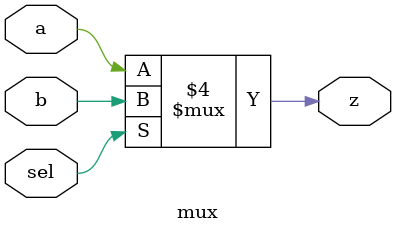
<source format=v>


`timescale 1ns/10ps

module mux (
    z,
    a,
    b,
    sel
);
// Multiplexer.
// 
// z -- mux output
// a, b -- data inputs
// sel -- control input: select a if asserted, otherwise b

output z;
reg z;
input a;
input b;
input sel;




always @(a, b, sel) begin: MUX_COMB
    if ((sel == 0)) begin
        z = a;
    end
    else begin
        z = b;
    end
end

endmodule

</source>
